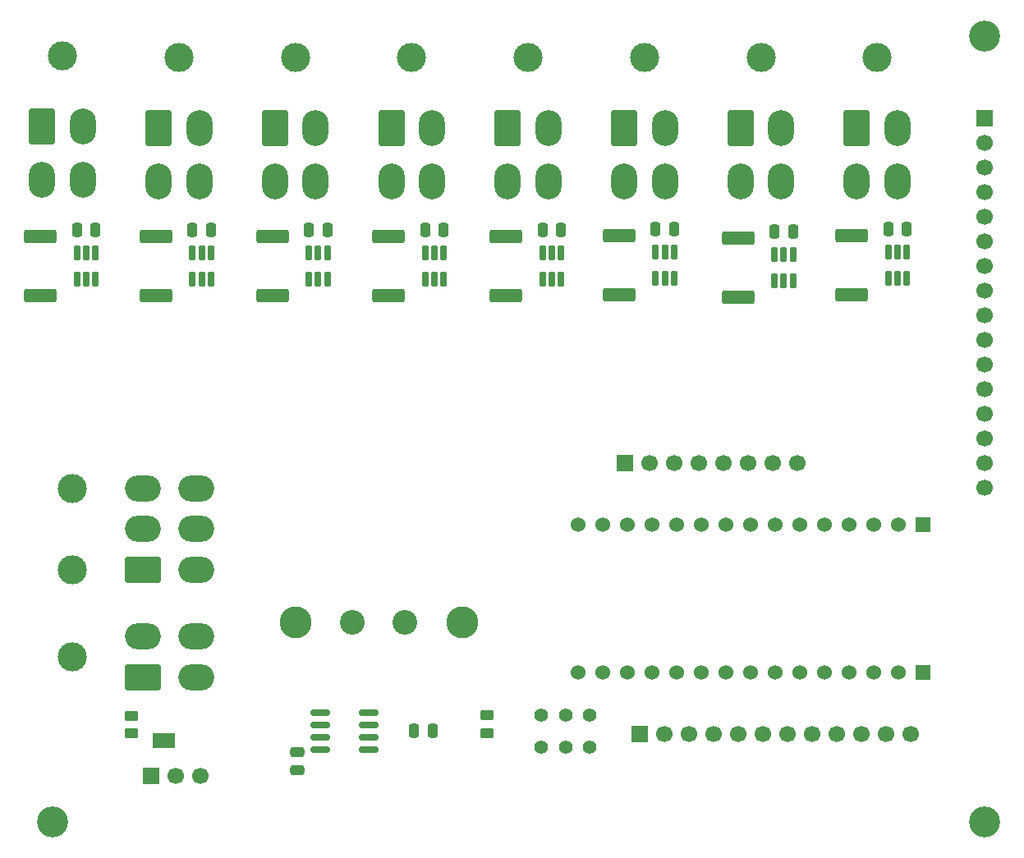
<source format=gbs>
G04 #@! TF.GenerationSoftware,KiCad,Pcbnew,9.0.5*
G04 #@! TF.CreationDate,2025-10-24T01:36:13-07:00*
G04 #@! TF.ProjectId,New CAN Accessories board,4e657720-4341-44e2-9041-63636573736f,rev?*
G04 #@! TF.SameCoordinates,Original*
G04 #@! TF.FileFunction,Soldermask,Bot*
G04 #@! TF.FilePolarity,Negative*
%FSLAX46Y46*%
G04 Gerber Fmt 4.6, Leading zero omitted, Abs format (unit mm)*
G04 Created by KiCad (PCBNEW 9.0.5) date 2025-10-24 01:36:13*
%MOMM*%
%LPD*%
G01*
G04 APERTURE LIST*
G04 Aperture macros list*
%AMRoundRect*
0 Rectangle with rounded corners*
0 $1 Rounding radius*
0 $2 $3 $4 $5 $6 $7 $8 $9 X,Y pos of 4 corners*
0 Add a 4 corners polygon primitive as box body*
4,1,4,$2,$3,$4,$5,$6,$7,$8,$9,$2,$3,0*
0 Add four circle primitives for the rounded corners*
1,1,$1+$1,$2,$3*
1,1,$1+$1,$4,$5*
1,1,$1+$1,$6,$7*
1,1,$1+$1,$8,$9*
0 Add four rect primitives between the rounded corners*
20,1,$1+$1,$2,$3,$4,$5,0*
20,1,$1+$1,$4,$5,$6,$7,0*
20,1,$1+$1,$6,$7,$8,$9,0*
20,1,$1+$1,$8,$9,$2,$3,0*%
G04 Aperture macros list end*
%ADD10C,3.000000*%
%ADD11RoundRect,0.250001X-1.099999X-1.599999X1.099999X-1.599999X1.099999X1.599999X-1.099999X1.599999X0*%
%ADD12O,2.700000X3.700000*%
%ADD13R,1.700000X1.700000*%
%ADD14C,1.700000*%
%ADD15C,1.530000*%
%ADD16R,1.530000X1.530000*%
%ADD17C,1.397000*%
%ADD18C,3.200000*%
%ADD19RoundRect,0.250001X1.599999X-1.099999X1.599999X1.099999X-1.599999X1.099999X-1.599999X-1.099999X0*%
%ADD20O,3.700000X2.700000*%
%ADD21C,3.300000*%
%ADD22C,2.550000*%
%ADD23RoundRect,0.150000X0.825000X0.150000X-0.825000X0.150000X-0.825000X-0.150000X0.825000X-0.150000X0*%
%ADD24RoundRect,0.162500X0.162500X-0.617500X0.162500X0.617500X-0.162500X0.617500X-0.162500X-0.617500X0*%
%ADD25RoundRect,0.249999X1.425001X-0.450001X1.425001X0.450001X-1.425001X0.450001X-1.425001X-0.450001X0*%
%ADD26RoundRect,0.250000X0.250000X0.475000X-0.250000X0.475000X-0.250000X-0.475000X0.250000X-0.475000X0*%
%ADD27RoundRect,0.250000X-0.475000X0.250000X-0.475000X-0.250000X0.475000X-0.250000X0.475000X0.250000X0*%
%ADD28RoundRect,0.250000X-0.250000X-0.475000X0.250000X-0.475000X0.250000X0.475000X-0.250000X0.475000X0*%
%ADD29R,1.000000X1.500000*%
%ADD30RoundRect,0.250000X-0.450000X0.262500X-0.450000X-0.262500X0.450000X-0.262500X0.450000X0.262500X0*%
G04 APERTURE END LIST*
G36*
X32300000Y-94400000D02*
G01*
X32600000Y-94400000D01*
X32600000Y-92900000D01*
X32300000Y-92900000D01*
X32300000Y-94400000D01*
G37*
D10*
X46000000Y-23160000D03*
D11*
X43900000Y-30460000D03*
D12*
X48100000Y-30460000D03*
X43900000Y-35960000D03*
X48100000Y-35960000D03*
D13*
X81534000Y-92964000D03*
D14*
X84074000Y-92964000D03*
X86614000Y-92964000D03*
X89154000Y-92964000D03*
X91694000Y-92964000D03*
X94234000Y-92964000D03*
X96774000Y-92964000D03*
X99314000Y-92964000D03*
X101854000Y-92964000D03*
X104394000Y-92964000D03*
X106934000Y-92964000D03*
X109474000Y-92964000D03*
D13*
X117025000Y-29464000D03*
D14*
X117025000Y-32004000D03*
X117025000Y-34544000D03*
X117025000Y-37084000D03*
X117025000Y-39624000D03*
X117025000Y-42164000D03*
X117025000Y-44704000D03*
X117025000Y-47244000D03*
X117025000Y-49784000D03*
X117025000Y-52324000D03*
X117025000Y-54864000D03*
X117025000Y-57404000D03*
X117025000Y-59944000D03*
X117025000Y-62484000D03*
X117025000Y-65024000D03*
X117025000Y-67564000D03*
D10*
X70000000Y-23160000D03*
D11*
X67900000Y-30460000D03*
D12*
X72100000Y-30460000D03*
X67900000Y-35960000D03*
X72100000Y-35960000D03*
D10*
X22000000Y-22975000D03*
D11*
X19900000Y-30275000D03*
D12*
X24100000Y-30275000D03*
X19900000Y-35775000D03*
X24100000Y-35775000D03*
D13*
X80010000Y-65024000D03*
D14*
X82550000Y-65024000D03*
X85090000Y-65024000D03*
X87630000Y-65024000D03*
X90170000Y-65024000D03*
X92710000Y-65024000D03*
X95250000Y-65024000D03*
X97790000Y-65024000D03*
D15*
X77683000Y-86614000D03*
X103083000Y-86614000D03*
X80223000Y-86614000D03*
X103083000Y-71374000D03*
X108163000Y-86614000D03*
X105623000Y-71374000D03*
X105623000Y-86614000D03*
X82763000Y-86614000D03*
X85303000Y-86614000D03*
X100543000Y-86614000D03*
X87843000Y-86614000D03*
X90383000Y-86614000D03*
X92923000Y-86614000D03*
X95463000Y-86614000D03*
X98003000Y-86614000D03*
X82763000Y-71374000D03*
D16*
X110703000Y-71374000D03*
D15*
X108163000Y-71374000D03*
X80223000Y-71374000D03*
X100543000Y-71374000D03*
X98003000Y-71374000D03*
X90383000Y-71374000D03*
X75143000Y-86614000D03*
X75143000Y-71374000D03*
X77683000Y-71374000D03*
X92923000Y-71374000D03*
X95463000Y-71374000D03*
X87843000Y-71374000D03*
X85303000Y-71374000D03*
D16*
X110703000Y-86614000D03*
D17*
X71360000Y-94272000D03*
X73860000Y-94272000D03*
X76360000Y-94272000D03*
X76360000Y-90972000D03*
X73860000Y-90972000D03*
X71360000Y-90972000D03*
D18*
X21000000Y-102000000D03*
D13*
X31150000Y-97260000D03*
D14*
X33690000Y-97260000D03*
X36230000Y-97260000D03*
D10*
X23000000Y-85000000D03*
D19*
X30300000Y-87100000D03*
D20*
X30300000Y-82900000D03*
X35800000Y-87100000D03*
X35800000Y-82900000D03*
D21*
X46025000Y-81455000D03*
X63195000Y-81455000D03*
D22*
X51910000Y-81455000D03*
X57310000Y-81455000D03*
D10*
X22975000Y-76000000D03*
X22975000Y-67600000D03*
D19*
X30275000Y-76000000D03*
D20*
X30275000Y-71800000D03*
X30275000Y-67600000D03*
X35775000Y-76000000D03*
X35775000Y-71800000D03*
X35775000Y-67600000D03*
D10*
X82000000Y-23160000D03*
D11*
X79900000Y-30460000D03*
D12*
X84100000Y-30460000D03*
X79900000Y-35960000D03*
X84100000Y-35960000D03*
D10*
X34000000Y-23160000D03*
D11*
X31900000Y-30460000D03*
D12*
X36100000Y-30460000D03*
X31900000Y-35960000D03*
X36100000Y-35960000D03*
D10*
X106000000Y-23160000D03*
D11*
X103900000Y-30460000D03*
D12*
X108100000Y-30460000D03*
X103900000Y-35960000D03*
X108100000Y-35960000D03*
D10*
X58000000Y-23160000D03*
D11*
X55900000Y-30460000D03*
D12*
X60100000Y-30460000D03*
X55900000Y-35960000D03*
X60100000Y-35960000D03*
D10*
X94000000Y-23160000D03*
D11*
X91900000Y-30460000D03*
D12*
X96100000Y-30460000D03*
X91900000Y-35960000D03*
X96100000Y-35960000D03*
D18*
X117025000Y-102025000D03*
X117025000Y-20975000D03*
D23*
X53529000Y-90784499D03*
X53529000Y-92054499D03*
X53529000Y-93324499D03*
X53529000Y-94594499D03*
X48579000Y-94594499D03*
X48579000Y-93324499D03*
X48579000Y-92054499D03*
X48579000Y-90784499D03*
D24*
X49303000Y-46000000D03*
X48353000Y-46000000D03*
X47403000Y-46000000D03*
X47403000Y-43300000D03*
X48353000Y-43300000D03*
X49303000Y-43300000D03*
D25*
X19740000Y-47700000D03*
X19740000Y-41600000D03*
D26*
X61303000Y-40940000D03*
X59403000Y-40940000D03*
D27*
X46184000Y-94808000D03*
X46184000Y-96708000D03*
D24*
X61303000Y-46000000D03*
X60353000Y-46000000D03*
X59403000Y-46000000D03*
X59403000Y-43300000D03*
X60353000Y-43300000D03*
X61303000Y-43300000D03*
D25*
X55630000Y-47700000D03*
X55630000Y-41600000D03*
D26*
X25413000Y-40940000D03*
X23513000Y-40940000D03*
X85049000Y-40897000D03*
X83149000Y-40897000D03*
D25*
X79376000Y-47657000D03*
X79376000Y-41557000D03*
D24*
X109049000Y-45957000D03*
X108099000Y-45957000D03*
X107149000Y-45957000D03*
X107149000Y-43257000D03*
X108099000Y-43257000D03*
X109049000Y-43257000D03*
X97303000Y-46185000D03*
X96353000Y-46185000D03*
X95403000Y-46185000D03*
X95403000Y-43485000D03*
X96353000Y-43485000D03*
X97303000Y-43485000D03*
D26*
X49303000Y-40940000D03*
X47403000Y-40940000D03*
D25*
X67708571Y-47700000D03*
X67708571Y-41600000D03*
X31630000Y-47700000D03*
X31630000Y-41600000D03*
X103376000Y-47657000D03*
X103376000Y-41557000D03*
D26*
X37303000Y-40940000D03*
X35403000Y-40940000D03*
D28*
X58232000Y-92621999D03*
X60132000Y-92621999D03*
D26*
X109049000Y-40897000D03*
X107149000Y-40897000D03*
D29*
X31800000Y-93650000D03*
X33100000Y-93650000D03*
D26*
X97303000Y-41125000D03*
X95403000Y-41125000D03*
D24*
X73381571Y-46000000D03*
X72431571Y-46000000D03*
X71481571Y-46000000D03*
X71481571Y-43300000D03*
X72431571Y-43300000D03*
X73381571Y-43300000D03*
X85049000Y-45957000D03*
X84099000Y-45957000D03*
X83149000Y-45957000D03*
X83149000Y-43257000D03*
X84099000Y-43257000D03*
X85049000Y-43257000D03*
D26*
X73381571Y-40940000D03*
X71481571Y-40940000D03*
D24*
X37303000Y-46000000D03*
X36353000Y-46000000D03*
X35403000Y-46000000D03*
X35403000Y-43300000D03*
X36353000Y-43300000D03*
X37303000Y-43300000D03*
D30*
X29132000Y-91057000D03*
X29132000Y-92882000D03*
D25*
X43630000Y-47700000D03*
X43630000Y-41600000D03*
D24*
X25413000Y-46000000D03*
X24463000Y-46000000D03*
X23513000Y-46000000D03*
X23513000Y-43300000D03*
X24463000Y-43300000D03*
X25413000Y-43300000D03*
D30*
X65786000Y-91035500D03*
X65786000Y-92860500D03*
D25*
X91630000Y-47885000D03*
X91630000Y-41785000D03*
M02*

</source>
